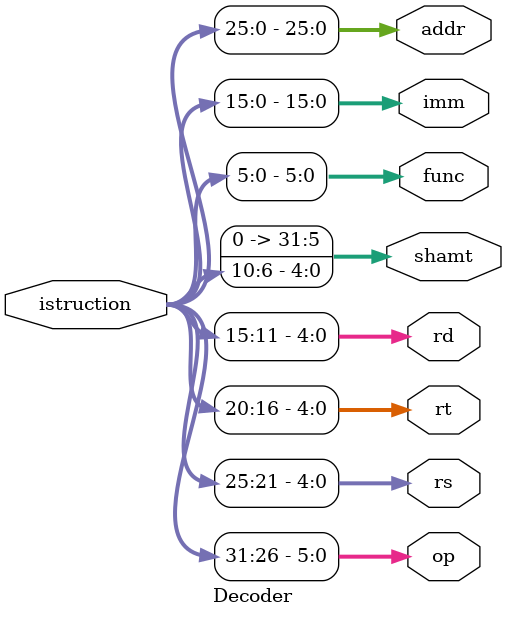
<source format=v>
module Decoder(istruction, op, rs, rt, rd, shamt, func, imm, addr);
input [31:0] istruction;
output [5:0] op;
output [4:0] rs;
output [4:0] rt;
output [4:0] rd;
output [31:0] shamt; //0扩展
output [5:0] func;
output [15:0] imm;
output [25:0] addr;


assign op = istruction[31:26];
assign rs = istruction[25:21];
assign rt = istruction[20:16];
assign rd = istruction[15:11];
assign shamt = {27'b0,istruction[10:6]}; 
assign func = istruction[5:0];
assign imm = istruction[15:0];
assign addr = istruction[25:0];

endmodule



</source>
